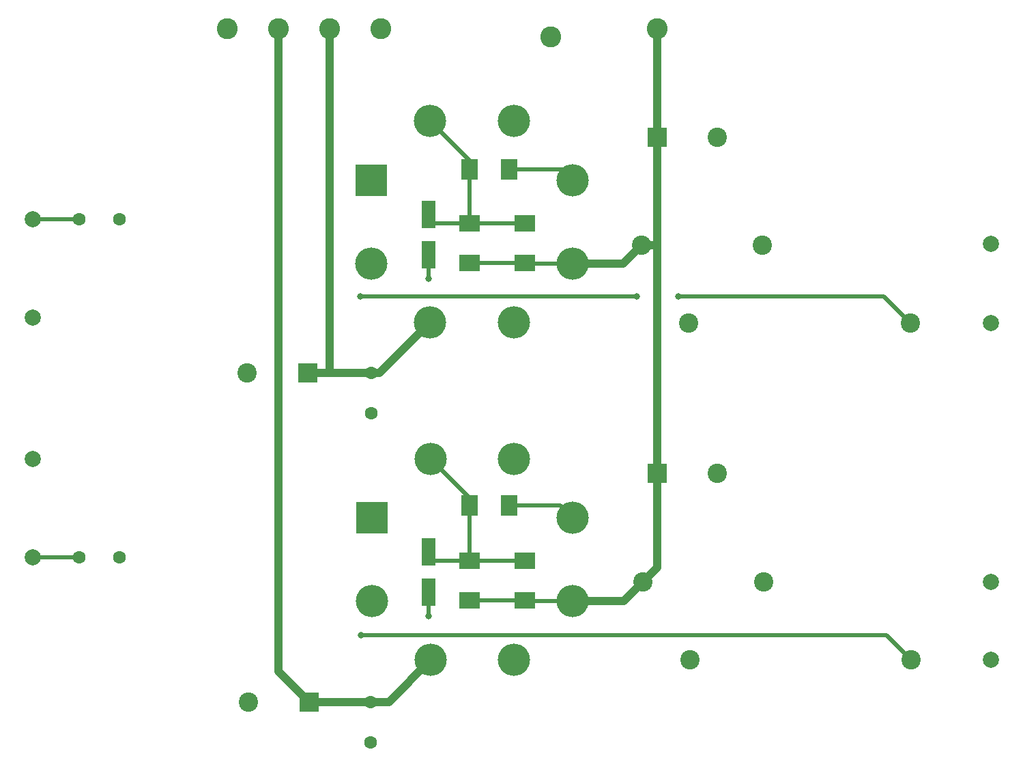
<source format=gbr>
G04 #@! TF.GenerationSoftware,KiCad,Pcbnew,(5.1.9-0-10_14)*
G04 #@! TF.CreationDate,2021-02-21T16:24:42+01:00*
G04 #@! TF.ProjectId,pre-amp-6SN7,7072652d-616d-4702-9d36-534e372e6b69,rev?*
G04 #@! TF.SameCoordinates,Original*
G04 #@! TF.FileFunction,Copper,L2,Bot*
G04 #@! TF.FilePolarity,Positive*
%FSLAX46Y46*%
G04 Gerber Fmt 4.6, Leading zero omitted, Abs format (unit mm)*
G04 Created by KiCad (PCBNEW (5.1.9-0-10_14)) date 2021-02-21 16:24:42*
%MOMM*%
%LPD*%
G01*
G04 APERTURE LIST*
G04 #@! TA.AperFunction,SMDPad,CuDef*
%ADD10R,1.800000X3.500000*%
G04 #@! TD*
G04 #@! TA.AperFunction,ComponentPad*
%ADD11C,2.600000*%
G04 #@! TD*
G04 #@! TA.AperFunction,ComponentPad*
%ADD12C,2.400000*%
G04 #@! TD*
G04 #@! TA.AperFunction,ComponentPad*
%ADD13O,4.000000X4.000000*%
G04 #@! TD*
G04 #@! TA.AperFunction,ComponentPad*
%ADD14R,4.000000X4.000000*%
G04 #@! TD*
G04 #@! TA.AperFunction,SMDPad,CuDef*
%ADD15R,2.100000X2.600000*%
G04 #@! TD*
G04 #@! TA.AperFunction,SMDPad,CuDef*
%ADD16R,2.600000X2.100000*%
G04 #@! TD*
G04 #@! TA.AperFunction,ComponentPad*
%ADD17C,2.000000*%
G04 #@! TD*
G04 #@! TA.AperFunction,ComponentPad*
%ADD18R,2.400000X2.400000*%
G04 #@! TD*
G04 #@! TA.AperFunction,ComponentPad*
%ADD19C,1.600000*%
G04 #@! TD*
G04 #@! TA.AperFunction,ViaPad*
%ADD20C,0.800000*%
G04 #@! TD*
G04 #@! TA.AperFunction,Conductor*
%ADD21C,0.500000*%
G04 #@! TD*
G04 #@! TA.AperFunction,Conductor*
%ADD22C,1.000000*%
G04 #@! TD*
G04 APERTURE END LIST*
D10*
X92329000Y-92877000D03*
X92329000Y-97877000D03*
X92329000Y-134663000D03*
X92329000Y-139663000D03*
D11*
X86360000Y-69850000D03*
X80010000Y-69850000D03*
D12*
X124587000Y-106299000D03*
X152087000Y-106299000D03*
X133745000Y-96647000D03*
X118745000Y-96647000D03*
X124714000Y-148082000D03*
X152214000Y-148082000D03*
X133872000Y-138430000D03*
X118872000Y-138430000D03*
D13*
X85231401Y-98918599D03*
X92537548Y-106224746D03*
X102870000Y-106224746D03*
X110176147Y-98918599D03*
X110176147Y-88586147D03*
X102870000Y-81280000D03*
X92537548Y-81280000D03*
D14*
X85231401Y-88586147D03*
D13*
X85280500Y-140779500D03*
X92586647Y-148085647D03*
X102919099Y-148085647D03*
X110225246Y-140779500D03*
X110225246Y-130447048D03*
X102919099Y-123140901D03*
X92586647Y-123140901D03*
D14*
X85280500Y-130447048D03*
D15*
X97409000Y-87249000D03*
X102309000Y-87249000D03*
D16*
X104267000Y-93980000D03*
X104267000Y-98880000D03*
X97409000Y-93980000D03*
X97409000Y-98880000D03*
D15*
X97409000Y-128905000D03*
X102309000Y-128905000D03*
D17*
X162052000Y-96520000D03*
X162052000Y-106299000D03*
X43180000Y-105664000D03*
X43180000Y-93472000D03*
D12*
X128150000Y-83312000D03*
D18*
X120650000Y-83312000D03*
D12*
X69843000Y-112522000D03*
D18*
X77343000Y-112522000D03*
D19*
X85217000Y-117522000D03*
X85217000Y-112522000D03*
X48975000Y-93472000D03*
X53975000Y-93472000D03*
D12*
X69970000Y-153289000D03*
D18*
X77470000Y-153289000D03*
D19*
X85090000Y-158289000D03*
X85090000Y-153289000D03*
D11*
X67310000Y-69850000D03*
X73660000Y-69850000D03*
D16*
X104267000Y-135816000D03*
X104267000Y-140716000D03*
X97409000Y-135816000D03*
X97409000Y-140716000D03*
D17*
X162052000Y-138430000D03*
X162052000Y-148082000D03*
D11*
X107442000Y-70866000D03*
X120650000Y-69850000D03*
D17*
X43180000Y-123190000D03*
X43180000Y-135382000D03*
D12*
X128150000Y-124968000D03*
D18*
X120650000Y-124968000D03*
D19*
X48975000Y-135382000D03*
X53975000Y-135382000D03*
D20*
X92329000Y-142621000D03*
X83947000Y-145034000D03*
X92329000Y-100838000D03*
X83820000Y-102997000D03*
X118110000Y-102997000D03*
X123317000Y-102997000D03*
D21*
X43180000Y-135382000D02*
X48975000Y-135382000D01*
X104330500Y-140779500D02*
X104267000Y-140716000D01*
X110225246Y-140779500D02*
X104330500Y-140779500D01*
X104267000Y-140716000D02*
X97409000Y-140716000D01*
X104305599Y-98918599D02*
X104267000Y-98880000D01*
X110176147Y-98918599D02*
X104305599Y-98918599D01*
X104267000Y-98880000D02*
X97409000Y-98880000D01*
D22*
X120650000Y-69850000D02*
X120650000Y-83312000D01*
X118745000Y-96647000D02*
X120650000Y-96647000D01*
X120650000Y-96647000D02*
X120650000Y-124968000D01*
X120650000Y-83312000D02*
X120650000Y-96647000D01*
X116473401Y-98918599D02*
X118745000Y-96647000D01*
X110176147Y-98918599D02*
X116473401Y-98918599D01*
X116522500Y-140779500D02*
X118872000Y-138430000D01*
X110225246Y-140779500D02*
X116522500Y-140779500D01*
X120650000Y-136652000D02*
X118872000Y-138430000D01*
X120650000Y-124968000D02*
X120650000Y-136652000D01*
D21*
X92329000Y-142621000D02*
X92329000Y-138563000D01*
X149166000Y-145034000D02*
X152214000Y-148082000D01*
X83947000Y-145034000D02*
X149166000Y-145034000D01*
X48975000Y-93472000D02*
X43180000Y-93472000D01*
X92329000Y-100838000D02*
X92329000Y-96777000D01*
X83820000Y-102997000D02*
X118110000Y-102997000D01*
X148785000Y-102997000D02*
X152087000Y-106299000D01*
X123317000Y-102997000D02*
X148785000Y-102997000D01*
X108683198Y-128905000D02*
X110225246Y-130447048D01*
X102309000Y-128905000D02*
X108683198Y-128905000D01*
X108839000Y-87249000D02*
X110176147Y-88586147D01*
X102309000Y-87249000D02*
X108839000Y-87249000D01*
D22*
X80010000Y-69850000D02*
X80010000Y-112395000D01*
X80137000Y-112522000D02*
X85217000Y-112522000D01*
X80010000Y-112395000D02*
X80137000Y-112522000D01*
X77343000Y-112522000D02*
X80137000Y-112522000D01*
X86240294Y-112522000D02*
X92537548Y-106224746D01*
X85217000Y-112522000D02*
X86240294Y-112522000D01*
X77470000Y-153289000D02*
X85090000Y-153289000D01*
X87383294Y-153289000D02*
X92586647Y-148085647D01*
X85090000Y-153289000D02*
X87383294Y-153289000D01*
X73660000Y-149479000D02*
X77470000Y-153289000D01*
X73660000Y-69850000D02*
X73660000Y-149479000D01*
D21*
X104267000Y-135816000D02*
X97409000Y-135816000D01*
X97409000Y-135816000D02*
X97409000Y-128905000D01*
X97409000Y-127963254D02*
X92586647Y-123140901D01*
X97409000Y-128905000D02*
X97409000Y-127963254D01*
X92382000Y-135816000D02*
X92329000Y-135763000D01*
X97409000Y-135816000D02*
X92382000Y-135816000D01*
X104267000Y-93980000D02*
X97409000Y-93980000D01*
X97409000Y-93980000D02*
X97409000Y-87249000D01*
X97409000Y-86151452D02*
X92537548Y-81280000D01*
X97409000Y-87249000D02*
X97409000Y-86151452D01*
X97406000Y-93977000D02*
X97409000Y-93980000D01*
X92329000Y-93977000D02*
X97406000Y-93977000D01*
M02*

</source>
